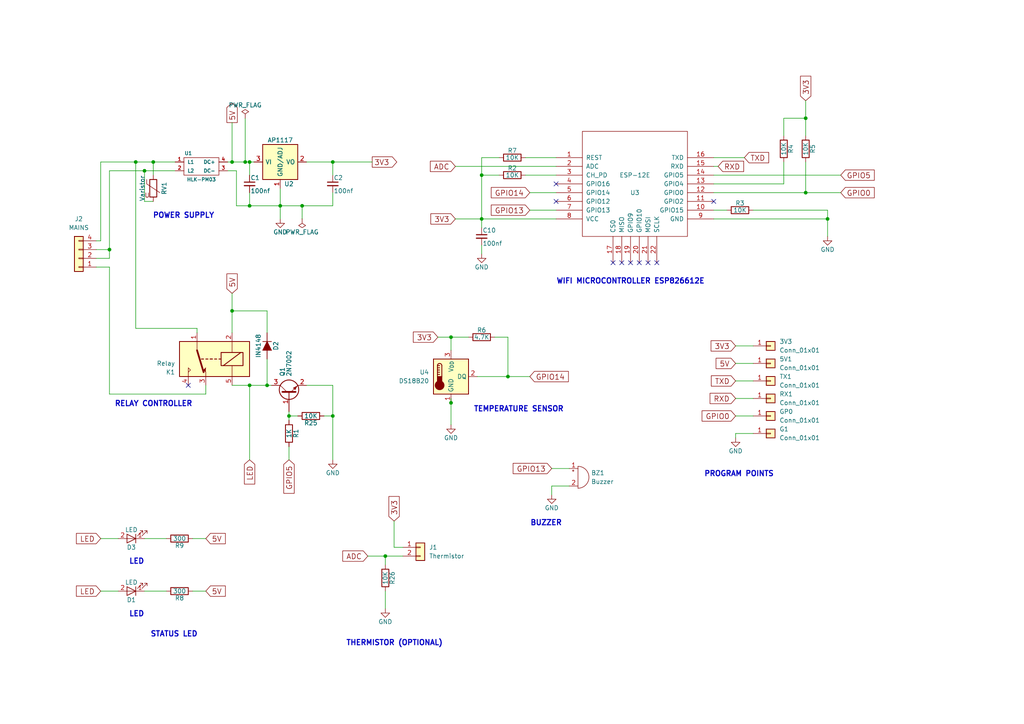
<source format=kicad_sch>
(kicad_sch (version 20250114) (generator "eeschema") (generator_version "9.0")
  (paper "A4")
  (lib_symbols
    (symbol "AP1117_2" (pin_names (offset 0.762))
      (property "Reference" "U" (at 2.54 -6.35 0))
      (property "Value" "AP1117" (at 0 6.35 0))
      (symbol "AP1117_2_0_1"
        (rectangle (start -5.08 -5.08) (end 5.08 5.08) (stroke (width 0.254)) (fill (type background)))
      )
      (symbol "AP1117_2_1_1"
        (pin power_in line (at -7.62 0 0) (length 2.54) (name "VI") (number "3"))
        (pin power_in line (at 0 -7.62 90) (length 2.54) (name "GND/ADJ") (number "1"))
        (pin power_out line (at 7.62 0 180) (length 2.54) (name "VO") (number "2"))
      )
    )
    (symbol "BC847_2" (pin_names (offset 0) (hide yes))
      (property "Reference" "Q" (at 5.08 1.905 0))
      (property "Value" "BC847" (at 5.08 0 0))
      (symbol "BC847_2_0_1"
        (polyline (pts (xy 0.635 1.905) (xy 0.635 -1.905) (xy 0.635 -1.905)) (stroke (width 0.508)))
        (polyline (pts (xy 0.635 0.635) (xy 2.54 2.54)))
        (polyline (pts (xy 0.635 -0.635) (xy 2.54 -2.54) (xy 2.54 -2.54)))
        (circle (center 1.27 0) (radius 2.8194) (stroke (width 0.254)))
        (polyline (pts (xy 1.27 -1.778) (xy 1.778 -1.27) (xy 2.286 -2.286) (xy 1.27 -1.778) (xy 1.27 -1.778)) (fill (type outline)))
      )
      (symbol "BC847_2_1_1"
        (pin input line (at -5.08 0 0) (length 5.715) (name "B") (number "1"))
        (pin passive line (at 2.54 5.08 270) (length 2.54) (name "C") (number "3"))
        (pin passive line (at 2.54 -5.08 90) (length 2.54) (name "E") (number "2"))
      )
    )
    (symbol "C_Small_16" (pin_numbers (hide yes)) (pin_names (offset 0.254) (hide yes))
      (property "Reference" "C" (at 0.254 1.778 0))
      (property "Value" "C_Small" (at 0.254 -2.032 0))
      (symbol "C_Small_16_0_1"
        (polyline (pts (xy -1.524 0.508) (xy 1.524 0.508)) (stroke (width 0.3048)))
        (polyline (pts (xy -1.524 -0.508) (xy 1.524 -0.508)) (stroke (width 0.3302)))
      )
      (symbol "C_Small_16_1_1"
        (pin passive line (at 0 2.54 270) (length 2.032) (name "~") (number "1"))
        (pin passive line (at 0 -2.54 90) (length 2.032) (name "~") (number "2"))
      )
    )
    (symbol "C_Small_17" (pin_numbers (hide yes)) (pin_names (offset 0.254) (hide yes))
      (property "Reference" "C" (at 0.254 1.778 0))
      (property "Value" "C_Small" (at 0.254 -2.032 0))
      (symbol "C_Small_17_0_1"
        (polyline (pts (xy -1.524 0.508) (xy 1.524 0.508)) (stroke (width 0.3048)))
        (polyline (pts (xy -1.524 -0.508) (xy 1.524 -0.508)) (stroke (width 0.3302)))
      )
      (symbol "C_Small_17_1_1"
        (pin passive line (at 0 2.54 270) (length 2.032) (name "~") (number "1"))
        (pin passive line (at 0 -2.54 90) (length 2.032) (name "~") (number "2"))
      )
    )
    (symbol "C_Small_20" (pin_numbers (hide yes)) (pin_names (offset 0.254) (hide yes))
      (property "Reference" "C" (at 0.254 1.778 0))
      (property "Value" "C_Small" (at 0.254 -2.032 0))
      (symbol "C_Small_20_0_1"
        (polyline (pts (xy -1.524 0.508) (xy 1.524 0.508)) (stroke (width 0.3048)))
        (polyline (pts (xy -1.524 -0.508) (xy 1.524 -0.508)) (stroke (width 0.3302)))
      )
      (symbol "C_Small_20_1_1"
        (pin passive line (at 0 2.54 270) (length 2.032) (name "~") (number "1"))
        (pin passive line (at 0 -2.54 90) (length 2.032) (name "~") (number "2"))
      )
    )
    (symbol "Connector_Generic:Conn_01x01" (pin_names (offset 1.016) (hide yes))
      (property "Reference" "J" (at 0 2.54 0))
      (property "Value" "Conn_01x01" (at 0 -2.54 0))
      (symbol "Conn_01x01_1_1"
        (rectangle (start -1.27 1.27) (end 1.27 -1.27) (stroke (width 0.254)) (fill (type background)))
        (rectangle (start -1.27 0.127) (end 0 -0.127) (stroke (width 0.1524)))
        (pin passive line (at -5.08 0 0) (length 3.81) (name "Pin_1") (number "1"))
      )
    )
    (symbol "Connector_Generic:Conn_01x02" (pin_names (offset 1.016) (hide yes))
      (property "Reference" "J" (at 0 2.54 0))
      (property "Value" "Conn_01x02" (at 0 -5.08 0))
      (symbol "Conn_01x02_1_1"
        (rectangle (start -1.27 1.27) (end 1.27 -3.81) (stroke (width 0.254)) (fill (type background)))
        (rectangle (start -1.27 0.127) (end 0 -0.127) (stroke (width 0.1524)))
        (rectangle (start -1.27 -2.413) (end 0 -2.667) (stroke (width 0.1524)))
        (pin passive line (at -5.08 0 0) (length 3.81) (name "Pin_1") (number "1"))
        (pin passive line (at -5.08 -2.54 0) (length 3.81) (name "Pin_2") (number "2"))
      )
    )
    (symbol "Connector_Generic:Conn_01x04" (pin_names (offset 1.016) (hide yes))
      (property "Reference" "J" (at 0 5.08 0))
      (property "Value" "Conn_01x04" (at 0 -7.62 0))
      (symbol "Conn_01x04_1_1"
        (rectangle (start -1.27 3.81) (end 1.27 -6.35) (stroke (width 0.254)) (fill (type background)))
        (rectangle (start -1.27 2.667) (end 0 2.413) (stroke (width 0.1524)))
        (rectangle (start -1.27 0.127) (end 0 -0.127) (stroke (width 0.1524)))
        (rectangle (start -1.27 -2.413) (end 0 -2.667) (stroke (width 0.1524)))
        (rectangle (start -1.27 -4.953) (end 0 -5.207) (stroke (width 0.1524)))
        (pin passive line (at -5.08 2.54 0) (length 3.81) (name "Pin_1") (number "1"))
        (pin passive line (at -5.08 0 0) (length 3.81) (name "Pin_2") (number "2"))
        (pin passive line (at -5.08 -2.54 0) (length 3.81) (name "Pin_3") (number "3"))
        (pin passive line (at -5.08 -5.08 0) (length 3.81) (name "Pin_4") (number "4"))
      )
    )
    (symbol "D_ALT_2" (pin_numbers (hide yes)) (pin_names (offset 1.016) (hide yes))
      (property "Reference" "D" (at 0 2.54 0))
      (property "Value" "D_ALT" (at 0 -2.54 0))
      (symbol "D_ALT_2_0_1"
        (polyline (pts (xy -1.27 1.27) (xy -1.27 -1.27)) (stroke (width 0.2032)))
        (polyline (pts (xy 1.27 1.27) (xy 1.27 -1.27) (xy -1.27 0) (xy 1.27 1.27)) (stroke (width 0.2032)) (fill (type outline)))
        (polyline (pts (xy 1.27 0) (xy -1.27 0)))
      )
      (symbol "D_ALT_2_1_1"
        (pin passive line (at -3.81 0 0) (length 2.54) (name "K") (number "1"))
        (pin passive line (at 3.81 0 180) (length 2.54) (name "A") (number "2"))
      )
    )
    (symbol "Device:Buzzer" (pin_names (offset 0.0254) (hide yes))
      (property "Reference" "BZ" (at 3.81 1.27 0))
      (property "Value" "Buzzer" (at 3.81 -1.27 0))
      (symbol "Buzzer_0_1"
        (polyline (pts (xy -1.651 1.905) (xy -1.143 1.905)))
        (polyline (pts (xy -1.397 2.159) (xy -1.397 1.651)))
        (arc (start 0 3.175) (mid 3.1612 0) (end 0 -3.175))
        (polyline (pts (xy 0 3.175) (xy 0 -3.175)))
      )
      (symbol "Buzzer_1_1"
        (pin passive line (at -2.54 2.54 0) (length 2.54) (name "+") (number "1"))
        (pin passive line (at -2.54 -2.54 0) (length 2.54) (name "-") (number "2"))
      )
    )
    (symbol "ESP-12E_2" (pin_names (offset 1.016))
      (property "Reference" "U" (at 0 -2.54 0))
      (property "Value" "ESP-12E" (at 0 2.54 0))
      (symbol "ESP-12E_2_1_0"
        (rectangle (start -15.24 -15.24) (end 15.24 15.24))
      )
      (symbol "ESP-12E_2_1_1"
        (pin input line (at -22.86 7.62 0) (length 7.62) (name "REST") (number "1"))
        (pin passive line (at -22.86 5.08 0) (length 7.62) (name "ADC") (number "2"))
        (pin input line (at -22.86 2.54 0) (length 7.62) (name "CH_PD") (number "3"))
        (pin bidirectional line (at -22.86 0 0) (length 7.62) (name "GPIO16") (number "4"))
        (pin bidirectional line (at -22.86 -2.54 0) (length 7.62) (name "GPIO14") (number "5"))
        (pin bidirectional line (at -22.86 -5.08 0) (length 7.62) (name "GPIO12") (number "6"))
        (pin bidirectional line (at -22.86 -7.62 0) (length 7.62) (name "GPIO13") (number "7"))
        (pin power_in line (at -22.86 -10.16 0) (length 7.62) (name "VCC") (number "8"))
        (pin bidirectional line (at -6.35 -22.86 90) (length 7.62) (name "CS0") (number "17"))
        (pin bidirectional line (at -3.81 -22.86 90) (length 7.62) (name "MISO") (number "18"))
        (pin bidirectional line (at -1.27 -22.86 90) (length 7.62) (name "GPIO9") (number "19"))
        (pin bidirectional line (at 1.27 -22.86 90) (length 7.62) (name "GPIO10") (number "20"))
        (pin bidirectional line (at 3.81 -22.86 90) (length 7.62) (name "MOSI") (number "21"))
        (pin bidirectional line (at 6.35 -22.86 90) (length 7.62) (name "SCLK") (number "22"))
        (pin output line (at 22.86 7.62 180) (length 7.62) (name "TXD") (number "16"))
        (pin input line (at 22.86 5.08 180) (length 7.62) (name "RXD") (number "15"))
        (pin bidirectional line (at 22.86 2.54 180) (length 7.62) (name "GPIO5") (number "14"))
        (pin bidirectional line (at 22.86 0 180) (length 7.62) (name "GPIO4") (number "13"))
        (pin bidirectional line (at 22.86 -2.54 180) (length 7.62) (name "GPIO0") (number "12"))
        (pin bidirectional line (at 22.86 -5.08 180) (length 7.62) (name "GPIO2") (number "11"))
        (pin bidirectional line (at 22.86 -7.62 180) (length 7.62) (name "GPIO15") (number "10"))
        (pin power_in line (at 22.86 -10.16 180) (length 7.62) (name "GND") (number "9"))
      )
    )
    (symbol "GND_11" (power) (pin_names (offset 0))
      (property "Value" "GND" (at 0 -3.81 0))
      (symbol "GND_11_0_1"
        (polyline (pts (xy 0 0) (xy 0 -1.27) (xy 1.27 -1.27) (xy 0 -2.54) (xy -1.27 -1.27) (xy 0 -1.27)))
      )
      (symbol "GND_11_1_1"
        (pin power_in line (at 0 0 270) (length 0) (hide yes) (name "GND") (number "1"))
      )
    )
    (symbol "GND_12" (power) (pin_names (offset 0))
      (property "Value" "GND" (at 0 -3.81 0))
      (symbol "GND_12_0_1"
        (polyline (pts (xy 0 0) (xy 0 -1.27) (xy 1.27 -1.27) (xy 0 -2.54) (xy -1.27 -1.27) (xy 0 -1.27)))
      )
      (symbol "GND_12_1_1"
        (pin power_in line (at 0 0 270) (length 0) (hide yes) (name "GND") (number "1"))
      )
    )
    (symbol "GND_16" (power) (pin_names (offset 0))
      (property "Value" "GND" (at 0 -3.81 0))
      (symbol "GND_16_0_1"
        (polyline (pts (xy 0 0) (xy 0 -1.27) (xy 1.27 -1.27) (xy 0 -2.54) (xy -1.27 -1.27) (xy 0 -1.27)))
      )
      (symbol "GND_16_1_1"
        (pin power_in line (at 0 0 270) (length 0) (hide yes) (name "GND") (number "1"))
      )
    )
    (symbol "GND_17" (power) (pin_names (offset 0))
      (property "Value" "GND" (at 0 -3.81 0))
      (symbol "GND_17_0_1"
        (polyline (pts (xy 0 0) (xy 0 -1.27) (xy 1.27 -1.27) (xy 0 -2.54) (xy -1.27 -1.27) (xy 0 -1.27)))
      )
      (symbol "GND_17_1_1"
        (pin power_in line (at 0 0 270) (length 0) (hide yes) (name "GND") (number "1"))
      )
    )
    (symbol "GND_18" (power) (pin_names (offset 0))
      (property "Value" "GND" (at 0 -3.81 0))
      (symbol "GND_18_0_1"
        (polyline (pts (xy 0 0) (xy 0 -1.27) (xy 1.27 -1.27) (xy 0 -2.54) (xy -1.27 -1.27) (xy 0 -1.27)))
      )
      (symbol "GND_18_1_1"
        (pin power_in line (at 0 0 270) (length 0) (hide yes) (name "GND") (number "1"))
      )
    )
    (symbol "HLK-PM03_2" (pin_names (offset 1.016))
      (property "Reference" "U" (at -3.81 3.81 0))
      (property "Value" "HLK-PM03" (at 0 -3.81 0))
      (symbol "HLK-PM03_2_0_1"
        (rectangle (start -5.08 2.54) (end 5.08 -2.54))
      )
      (symbol "HLK-PM03_2_1_1"
        (pin input line (at -7.62 1.27 0) (length 2.54) (name "L1") (number "1"))
        (pin input line (at -7.62 -1.27 0) (length 2.54) (name "L2") (number "2"))
        (pin input line (at 7.62 1.27 180) (length 2.54) (name "DC+") (number "4"))
        (pin input line (at 7.62 -1.27 180) (length 2.54) (name "DC-") (number "3"))
      )
    )
    (symbol "LED_2" (pin_names (offset 1.016) (hide yes))
      (property "Reference" "D" (at 0 2.54 0))
      (property "Value" "LED" (at 0 -2.54 0))
      (symbol "LED_2_0_1"
        (polyline (pts (xy -3.048 -0.762) (xy -4.572 -2.286) (xy -3.81 -2.286) (xy -4.572 -2.286) (xy -4.572 -1.524)))
        (polyline (pts (xy -1.778 -0.762) (xy -3.302 -2.286) (xy -2.54 -2.286) (xy -3.302 -2.286) (xy -3.302 -1.524)))
        (polyline (pts (xy -1.27 0) (xy 1.27 0)))
        (polyline (pts (xy -1.27 -1.27) (xy -1.27 1.27)) (stroke (width 0.2032)))
        (polyline (pts (xy 1.27 -1.27) (xy 1.27 1.27) (xy -1.27 0) (xy 1.27 -1.27)) (stroke (width 0.2032)))
      )
      (symbol "LED_2_1_1"
        (pin passive line (at -3.81 0 0) (length 2.54) (name "K") (number "1"))
        (pin passive line (at 3.81 0 180) (length 2.54) (name "A") (number "2"))
      )
    )
    (symbol "PWR_FLAG_3" (power) (pin_numbers (hide yes)) (pin_names (offset 0) (hide yes))
      (property "Value" "PWR_FLAG" (at 0 3.81 0))
      (symbol "PWR_FLAG_3_0_0"
        (pin power_out line (at 0 0 90) (length 0) (name "pwr") (number "1"))
      )
      (symbol "PWR_FLAG_3_0_1"
        (polyline (pts (xy 0 0) (xy 0 1.27) (xy -1.016 1.905) (xy 0 2.54) (xy 1.016 1.905) (xy 0 1.27)))
      )
    )
    (symbol "PWR_FLAG_4" (power) (pin_numbers (hide yes)) (pin_names (offset 0) (hide yes))
      (property "Value" "PWR_FLAG" (at 0 3.81 0))
      (symbol "PWR_FLAG_4_0_0"
        (pin power_out line (at 0 0 90) (length 0) (name "pwr") (number "1"))
      )
      (symbol "PWR_FLAG_4_0_1"
        (polyline (pts (xy 0 0) (xy 0 1.27) (xy -1.016 1.905) (xy 0 2.54) (xy 1.016 1.905) (xy 0 1.27)))
      )
    )
    (symbol "R_34" (pin_numbers (hide yes)) (pin_names (offset 0))
      (property "Reference" "R" (at 2.032 0 90))
      (property "Value" "R" (at 0 0 90))
      (symbol "R_34_0_1"
        (rectangle (start -1.016 -2.54) (end 1.016 2.54) (stroke (width 0.254)))
      )
      (symbol "R_34_1_1"
        (pin passive line (at 0 3.81 270) (length 1.27) (name "~") (number "1"))
        (pin passive line (at 0 -3.81 90) (length 1.27) (name "~") (number "2"))
      )
    )
    (symbol "R_35" (pin_numbers (hide yes)) (pin_names (offset 0))
      (property "Reference" "R" (at 2.032 0 90))
      (property "Value" "R" (at 0 0 90))
      (symbol "R_35_0_1"
        (rectangle (start -1.016 -2.54) (end 1.016 2.54) (stroke (width 0.254)))
      )
      (symbol "R_35_1_1"
        (pin passive line (at 0 3.81 270) (length 1.27) (name "~") (number "1"))
        (pin passive line (at 0 -3.81 90) (length 1.27) (name "~") (number "2"))
      )
    )
    (symbol "R_36" (pin_numbers (hide yes)) (pin_names (offset 0))
      (property "Reference" "R" (at 2.032 0 90))
      (property "Value" "R" (at 0 0 90))
      (symbol "R_36_0_1"
        (rectangle (start -1.016 -2.54) (end 1.016 2.54) (stroke (width 0.254)))
      )
      (symbol "R_36_1_1"
        (pin passive line (at 0 3.81 270) (length 1.27) (name "~") (number "1"))
        (pin passive line (at 0 -3.81 90) (length 1.27) (name "~") (number "2"))
      )
    )
    (symbol "R_37" (pin_numbers (hide yes)) (pin_names (offset 0))
      (property "Reference" "R" (at 2.032 0 90))
      (property "Value" "R" (at 0 0 90))
      (symbol "R_37_0_1"
        (rectangle (start -1.016 -2.54) (end 1.016 2.54) (stroke (width 0.254)))
      )
      (symbol "R_37_1_1"
        (pin passive line (at 0 3.81 270) (length 1.27) (name "~") (number "1"))
        (pin passive line (at 0 -3.81 90) (length 1.27) (name "~") (number "2"))
      )
    )
    (symbol "R_39" (pin_numbers (hide yes)) (pin_names (offset 0))
      (property "Reference" "R" (at 2.032 0 90))
      (property "Value" "R" (at 0 0 90))
      (symbol "R_39_0_1"
        (rectangle (start -1.016 -2.54) (end 1.016 2.54) (stroke (width 0.254)))
      )
      (symbol "R_39_1_1"
        (pin passive line (at 0 3.81 270) (length 1.27) (name "~") (number "1"))
        (pin passive line (at 0 -3.81 90) (length 1.27) (name "~") (number "2"))
      )
    )
    (symbol "R_42" (pin_numbers (hide yes)) (pin_names (offset 0))
      (property "Reference" "R" (at 2.032 0 90))
      (property "Value" "R" (at 0 0 90))
      (symbol "R_42_0_1"
        (rectangle (start -1.016 -2.54) (end 1.016 2.54) (stroke (width 0.254)))
      )
      (symbol "R_42_1_1"
        (pin passive line (at 0 3.81 270) (length 1.27) (name "~") (number "1"))
        (pin passive line (at 0 -3.81 90) (length 1.27) (name "~") (number "2"))
      )
    )
    (symbol "R_43" (pin_numbers (hide yes)) (pin_names (offset 0))
      (property "Reference" "R" (at 2.032 0 90))
      (property "Value" "R" (at 0 0 90))
      (symbol "R_43_0_1"
        (rectangle (start -1.016 -2.54) (end 1.016 2.54) (stroke (width 0.254)))
      )
      (symbol "R_43_1_1"
        (pin passive line (at 0 3.81 270) (length 1.27) (name "~") (number "1"))
        (pin passive line (at 0 -3.81 90) (length 1.27) (name "~") (number "2"))
      )
    )
    (symbol "SANYOU_SRD_Form_C_2" (pin_names (offset 1.016))
      (property "Reference" "K" (at 11.43 3.81 0))
      (property "Value" "SANYOU_SRD_Form_C" (at 11.43 1.27 0))
      (symbol "SANYOU_SRD_Form_C_2_0_0"
        (polyline (pts (xy 2.54 3.81) (xy 2.54 5.08)))
        (polyline (pts (xy 7.62 3.81) (xy 7.62 5.08)))
        (polyline (pts (xy 7.62 3.81) (xy 7.62 2.54) (xy 6.985 3.175) (xy 7.62 3.81)))
      )
      (symbol "SANYOU_SRD_Form_C_2_0_1"
        (rectangle (start -10.16 5.08) (end 10.16 -5.08) (stroke (width 0.254)) (fill (type background)))
        (rectangle (start -8.255 1.905) (end -1.905 -1.905) (stroke (width 0.254)))
        (polyline (pts (xy -7.62 -1.905) (xy -2.54 1.905)) (stroke (width 0.254)))
        (polyline (pts (xy -5.08 5.08) (xy -5.08 1.905)))
        (polyline (pts (xy -5.08 -5.08) (xy -5.08 -1.905)))
        (polyline (pts (xy -1.905 0) (xy -1.27 0)) (stroke (width 0.254)))
        (polyline (pts (xy -0.635 0) (xy 0 0)) (stroke (width 0.254)))
        (polyline (pts (xy 0.635 0) (xy 1.27 0)) (stroke (width 0.254)))
        (polyline (pts (xy 0.635 0) (xy 1.27 0)) (stroke (width 0.254)))
        (polyline (pts (xy 1.905 0) (xy 2.54 0)) (stroke (width 0.254)))
        (polyline (pts (xy 2.54 2.54) (xy 3.175 3.175) (xy 2.54 3.81)) (fill (type outline)))
        (polyline (pts (xy 3.175 0) (xy 3.81 0)) (stroke (width 0.254)))
        (polyline (pts (xy 5.08 -2.54) (xy 3.175 3.81)) (stroke (width 0.508)))
        (polyline (pts (xy 5.08 -2.54) (xy 5.08 -5.08)))
      )
      (symbol "SANYOU_SRD_Form_C_2_1_1"
        (pin passive line (at -5.08 7.62 270) (length 2.54) (name "~") (number "5"))
        (pin passive line (at -5.08 -7.62 90) (length 2.54) (name "~") (number "2"))
        (pin passive line (at 2.54 7.62 270) (length 2.54) (name "~") (number "3"))
        (pin passive line (at 5.08 -7.62 90) (length 2.54) (name "~") (number "1"))
        (pin passive line (at 7.62 7.62 270) (length 2.54) (name "~") (number "4"))
      )
    )
    (symbol "Sensor_Temperature:DS18B20"
      (property "Reference" "U" (at -3.81 6.35 0))
      (property "Value" "DS18B20" (at 6.35 6.35 0))
      (symbol "DS18B20_0_1"
        (rectangle (start -5.08 5.08) (end 5.08 -5.08) (stroke (width 0.254)) (fill (type background)))
        (polyline (pts (xy -3.937 3.175) (xy -3.937 0)) (stroke (width 0.254)))
        (polyline (pts (xy -3.937 3.175) (xy -3.302 3.175)) (stroke (width 0.254)))
        (polyline (pts (xy -3.937 2.54) (xy -3.302 2.54)) (stroke (width 0.254)))
        (polyline (pts (xy -3.937 1.905) (xy -3.302 1.905)) (stroke (width 0.254)))
        (polyline (pts (xy -3.937 1.27) (xy -3.302 1.27)) (stroke (width 0.254)))
        (polyline (pts (xy -3.937 0.635) (xy -3.302 0.635)) (stroke (width 0.254)))
        (arc (start -3.937 3.175) (mid -3.302 3.8073) (end -2.667 3.175) (stroke (width 0.254)))
        (circle (center -3.302 -2.54) (radius 1.27) (stroke (width 0.254)) (fill (type outline)))
        (polyline (pts (xy -2.667 3.175) (xy -2.667 0)) (stroke (width 0.254)))
        (rectangle (start -2.667 -1.905) (end -3.937 0) (stroke (width 0.254)) (fill (type outline)))
      )
      (symbol "DS18B20_1_1"
        (pin power_in line (at 0 7.62 270) (length 2.54) (name "V_{DD}") (number "3"))
        (pin power_in line (at 0 -7.62 90) (length 2.54) (name "GND") (number "1"))
        (pin bidirectional line (at 7.62 0 180) (length 2.54) (name "DQ") (number "2"))
      )
    )
    (symbol "Varistor_2" (pin_numbers (hide yes)) (pin_names (offset 0))
      (property "Reference" "RV" (at 3.175 0 90))
      (property "Value" "Varistor" (at -3.175 0 90))
      (symbol "Varistor_2_0_0"
        (text "U" (at -1.778 -2.032 0) (effects (font (size 1.27 1.27))))
      )
      (symbol "Varistor_2_0_1"
        (polyline (pts (xy -1.905 2.54) (xy -1.905 1.27) (xy 1.905 -1.27)))
        (rectangle (start -1.016 -2.54) (end 1.016 2.54) (stroke (width 0.254)))
      )
      (symbol "Varistor_2_1_1"
        (pin passive line (at 0 3.81 270) (length 1.27) (name "~") (number "1"))
        (pin passive line (at 0 -3.81 90) (length 1.27) (name "~") (number "2"))
      )
    )
  )
  (text "TEMPERATURE SENSOR" (at 163.576 119.634 0) (effects (font (size 1.524 1.524) (thickness 0.3048) (bold yes)) (justify right bottom)))
  (text "LED" (at 41.91 179.07 0) (effects (font (size 1.524 1.524) (thickness 0.3048) (bold yes)) (justify right bottom)))
  (text "BUZZER" (at 163.068 152.654 0) (effects (font (size 1.524 1.524) (thickness 0.3048) (bold yes)) (justify right bottom)))
  (text "RELAY CONTROLLER" (at 55.88 118.11 0) (effects (font (size 1.524 1.524) (thickness 0.3048) (bold yes)) (justify right bottom)))
  (text "PROGRAM POINTS" (at 224.536 138.43 0) (effects (font (size 1.524 1.524) (thickness 0.3048) (bold yes)) (justify right bottom)))
  (text "STATUS LED" (at 57.404 184.912 0) (effects (font (size 1.524 1.524) (thickness 0.3048) (bold yes)) (justify right bottom)))
  (text "LED" (at 41.91 163.83 0) (effects (font (size 1.524 1.524) (thickness 0.3048) (bold yes)) (justify right bottom)))
  (text "THERMISTOR (OPTIONAL)" (at 128.524 187.452 0) (effects (font (size 1.524 1.524) (thickness 0.3048) (bold yes)) (justify right bottom)))
  (text "POWER SUPPLY" (at 62.23 63.5 0) (effects (font (size 1.524 1.524) (thickness 0.3048) (bold yes)) (justify right bottom)))
  (text "WIFI MICROCONTROLLER ESP826612E" (at 204.47 82.55 0) (effects (font (size 1.524 1.524) (thickness 0.3048) (bold yes)) (justify right bottom)))
  (junction (at 130.81 97.79))
  (junction (at 44.45 46.99))
  (junction (at 41.91 49.53))
  (junction (at 87.63 59.69))
  (junction (at 72.39 111.76))
  (junction (at 72.39 59.69))
  (junction (at 31.75 72.39))
  (junction (at 147.32 109.22))
  (junction (at 81.28 59.69))
  (junction (at 139.7 50.8))
  (junction (at 71.12 46.99))
  (junction (at 83.82 120.65))
  (junction (at 67.31 46.99))
  (junction (at 111.76 161.29))
  (junction (at 139.7 63.5))
  (junction (at 233.68 34.29))
  (junction (at 96.52 46.99))
  (junction (at 39.37 46.99))
  (junction (at 130.81 116.84))
  (junction (at 240.03 63.5))
  (junction (at 67.31 90.17))
  (junction (at 72.39 46.99))
  (junction (at 77.47 111.76))
  (junction (at 96.52 120.65))
  (junction (at 233.68 55.88))
  (no_connect (at 207.01 58.42))
  (no_connect (at 182.88 76.2))
  (no_connect (at 180.34 76.2))
  (no_connect (at 161.29 58.42))
  (no_connect (at 161.29 53.34))
  (no_connect (at 177.8 76.2))
  (no_connect (at 190.5 76.2))
  (no_connect (at 185.42 76.2))
  (no_connect (at 54.61 111.76))
  (no_connect (at 187.96 76.2))
  (wire (pts (xy 57.15 96.52) (xy 57.15 95.25)))
  (wire (pts (xy 72.39 59.69) (xy 81.28 59.69)))
  (wire (pts (xy 132.08 63.5) (xy 139.7 63.5)))
  (wire (pts (xy 88.9 46.99) (xy 96.52 46.99)))
  (wire (pts (xy 41.91 171.45) (xy 48.26 171.45)))
  (wire (pts (xy 29.21 69.85) (xy 27.94 69.85)))
  (wire (pts (xy 72.39 55.88) (xy 72.39 59.69)))
  (wire (pts (xy 96.52 59.69) (xy 96.52 55.88)))
  (wire (pts (xy 139.7 63.5) (xy 139.7 66.04)))
  (wire (pts (xy 160.02 140.97) (xy 160.02 143.51)))
  (wire (pts (xy 39.37 46.99) (xy 39.37 95.25)))
  (wire (pts (xy 44.45 46.99) (xy 50.8 46.99)))
  (wire (pts (xy 233.68 55.88) (xy 243.84 55.88)))
  (wire (pts (xy 213.36 110.49) (xy 218.44 110.49)))
  (wire (pts (xy 77.47 104.14) (xy 77.47 111.76)))
  (wire (pts (xy 218.44 125.73) (xy 213.36 125.73)))
  (wire (pts (xy 68.58 59.69) (xy 72.39 59.69)))
  (wire (pts (xy 111.76 161.29) (xy 111.76 163.83)))
  (wire (pts (xy 39.37 95.25) (xy 57.15 95.25)))
  (wire (pts (xy 86.36 120.65) (xy 83.82 120.65)))
  (wire (pts (xy 227.33 53.34) (xy 227.33 46.99)))
  (wire (pts (xy 215.9 45.72) (xy 207.01 45.72)))
  (wire (pts (xy 81.28 59.69) (xy 87.63 59.69)))
  (wire (pts (xy 147.32 97.79) (xy 147.32 109.22)))
  (wire (pts (xy 59.69 114.3) (xy 59.69 111.76)))
  (wire (pts (xy 68.58 49.53) (xy 68.58 59.69)))
  (wire (pts (xy 31.75 77.47) (xy 31.75 114.3)))
  (wire (pts (xy 72.39 111.76) (xy 72.39 133.35)))
  (wire (pts (xy 87.63 59.69) (xy 96.52 59.69)))
  (wire (pts (xy 139.7 50.8) (xy 139.7 63.5)))
  (wire (pts (xy 213.36 125.73) (xy 213.36 127)))
  (wire (pts (xy 111.76 171.45) (xy 111.76 176.53)))
  (wire (pts (xy 233.68 29.21) (xy 233.68 34.29)))
  (wire (pts (xy 72.39 46.99) (xy 72.39 50.8)))
  (wire (pts (xy 213.36 100.33) (xy 218.44 100.33)))
  (wire (pts (xy 31.75 114.3) (xy 59.69 114.3)))
  (wire (pts (xy 139.7 50.8) (xy 139.7 45.72)))
  (wire (pts (xy 27.94 77.47) (xy 31.75 77.47)))
  (wire (pts (xy 67.31 85.09) (xy 67.31 90.17)))
  (wire (pts (xy 143.51 97.79) (xy 147.32 97.79)))
  (wire (pts (xy 67.31 46.99) (xy 71.12 46.99)))
  (wire (pts (xy 161.29 45.72) (xy 152.4 45.72)))
  (wire (pts (xy 139.7 45.72) (xy 144.78 45.72)))
  (wire (pts (xy 88.9 111.76) (xy 96.52 111.76)))
  (wire (pts (xy 93.98 120.65) (xy 96.52 120.65)))
  (wire (pts (xy 240.03 60.96) (xy 240.03 63.5)))
  (wire (pts (xy 67.31 90.17) (xy 67.31 96.52)))
  (wire (pts (xy 29.21 156.21) (xy 34.29 156.21)))
  (wire (pts (xy 31.75 74.93) (xy 31.75 72.39)))
  (wire (pts (xy 77.47 111.76) (xy 78.74 111.76)))
  (wire (pts (xy 27.94 74.93) (xy 31.75 74.93)))
  (wire (pts (xy 138.43 109.22) (xy 147.32 109.22)))
  (wire (pts (xy 139.7 71.12) (xy 139.7 73.66)))
  (wire (pts (xy 72.39 111.76) (xy 77.47 111.76)))
  (wire (pts (xy 83.82 119.38) (xy 83.82 120.65)))
  (wire (pts (xy 132.08 48.26) (xy 161.29 48.26)))
  (wire (pts (xy 227.33 39.37) (xy 227.33 34.29)))
  (wire (pts (xy 44.45 50.8) (xy 44.45 46.99)))
  (wire (pts (xy 29.21 171.45) (xy 34.29 171.45)))
  (wire (pts (xy 218.44 60.96) (xy 240.03 60.96)))
  (wire (pts (xy 96.52 46.99) (xy 96.52 50.8)))
  (wire (pts (xy 240.03 63.5) (xy 240.03 68.58)))
  (wire (pts (xy 207.01 53.34) (xy 227.33 53.34)))
  (wire (pts (xy 213.36 115.57) (xy 218.44 115.57)))
  (wire (pts (xy 55.88 156.21) (xy 59.69 156.21)))
  (wire (pts (xy 31.75 49.53) (xy 31.75 72.39)))
  (wire (pts (xy 161.29 60.96) (xy 153.67 60.96)))
  (wire (pts (xy 233.68 34.29) (xy 233.68 39.37)))
  (wire (pts (xy 67.31 111.76) (xy 72.39 111.76)))
  (wire (pts (xy 152.4 50.8) (xy 161.29 50.8)))
  (wire (pts (xy 83.82 129.54) (xy 83.82 133.35)))
  (wire (pts (xy 130.81 116.84) (xy 130.81 123.19)))
  (wire (pts (xy 233.68 55.88) (xy 233.68 46.99)))
  (wire (pts (xy 207.01 48.26) (xy 208.28 48.26)))
  (wire (pts (xy 213.36 120.65) (xy 218.44 120.65)))
  (wire (pts (xy 29.21 46.99) (xy 29.21 69.85)))
  (wire (pts (xy 81.28 59.69) (xy 81.28 63.5)))
  (wire (pts (xy 72.39 46.99) (xy 73.66 46.99)))
  (wire (pts (xy 207.01 60.96) (xy 210.82 60.96)))
  (wire (pts (xy 227.33 34.29) (xy 233.68 34.29)))
  (wire (pts (xy 139.7 63.5) (xy 161.29 63.5)))
  (wire (pts (xy 96.52 111.76) (xy 96.52 120.65)))
  (wire (pts (xy 41.91 49.53) (xy 50.8 49.53)))
  (wire (pts (xy 114.3 158.75) (xy 116.84 158.75)))
  (wire (pts (xy 41.91 156.21) (xy 48.26 156.21)))
  (wire (pts (xy 71.12 46.99) (xy 72.39 46.99)))
  (wire (pts (xy 96.52 120.65) (xy 96.52 133.35)))
  (wire (pts (xy 144.78 50.8) (xy 139.7 50.8)))
  (wire (pts (xy 127 97.79) (xy 130.81 97.79)))
  (wire (pts (xy 160.02 135.89) (xy 165.1 135.89)))
  (wire (pts (xy 41.91 58.42) (xy 44.45 58.42)))
  (wire (pts (xy 77.47 90.17) (xy 77.47 96.52)))
  (wire (pts (xy 29.21 46.99) (xy 39.37 46.99)))
  (wire (pts (xy 114.3 151.13) (xy 114.3 158.75)))
  (wire (pts (xy 81.28 54.61) (xy 81.28 59.69)))
  (wire (pts (xy 71.12 34.29) (xy 71.12 46.99)))
  (wire (pts (xy 147.32 109.22) (xy 153.67 109.22)))
  (wire (pts (xy 96.52 46.99) (xy 107.95 46.99)))
  (wire (pts (xy 106.68 161.29) (xy 111.76 161.29)))
  (wire (pts (xy 31.75 72.39) (xy 27.94 72.39)))
  (wire (pts (xy 243.84 50.8) (xy 207.01 50.8)))
  (wire (pts (xy 130.81 97.79) (xy 130.81 101.6)))
  (wire (pts (xy 55.88 171.45) (xy 59.69 171.45)))
  (wire (pts (xy 111.76 161.29) (xy 116.84 161.29)))
  (wire (pts (xy 66.04 46.99) (xy 67.31 46.99)))
  (wire (pts (xy 66.04 49.53) (xy 68.58 49.53)))
  (wire (pts (xy 67.31 35.56) (xy 67.31 46.99)))
  (wire (pts (xy 39.37 46.99) (xy 44.45 46.99)))
  (wire (pts (xy 213.36 105.41) (xy 218.44 105.41)))
  (wire (pts (xy 83.82 120.65) (xy 83.82 121.92)))
  (wire (pts (xy 41.91 49.53) (xy 41.91 58.42)))
  (wire (pts (xy 130.81 97.79) (xy 135.89 97.79)))
  (wire (pts (xy 87.63 63.5) (xy 87.63 59.69)))
  (wire (pts (xy 207.01 55.88) (xy 233.68 55.88)))
  (wire (pts (xy 130.81 115.57) (xy 130.81 116.84)))
  (wire (pts (xy 165.1 140.97) (xy 160.02 140.97)))
  (wire (pts (xy 207.01 63.5) (xy 240.03 63.5)))
  (wire (pts (xy 153.67 55.88) (xy 161.29 55.88)))
  (wire (pts (xy 31.75 49.53) (xy 41.91 49.53)))
  (wire (pts (xy 67.31 90.17) (xy 77.47 90.17)))
  (global_label "GPIO13" (shape input) (at 160.02 135.89 180) (effects (font (size 1.524 1.524))) (property "Intersheetrefs" "${INTERSHEET_REFS}" (effects (hide yes))))
  (global_label "LED" (shape input) (at 29.21 171.45 180) (effects (font (size 1.524 1.524))) (property "Intersheetrefs" "${INTERSHEET_REFS}" (effects (hide yes))))
  (global_label "GPIO14" (shape input) (at 153.67 55.88 180) (effects (font (size 1.524 1.524))) (property "Intersheetrefs" "${INTERSHEET_REFS}" (effects (hide yes))))
  (global_label "ADC" (shape input) (at 132.08 48.26 180) (effects (font (size 1.524 1.524))) (property "Intersheetrefs" "${INTERSHEET_REFS}" (effects (hide yes))))
  (global_label "3V3" (shape input) (at 127 97.79 180) (effects (font (size 1.524 1.524))) (property "Intersheetrefs" "${INTERSHEET_REFS}" (effects (hide yes))))
  (global_label "GPIO13" (shape input) (at 153.67 60.96 180) (effects (font (size 1.524 1.524))) (property "Intersheetrefs" "${INTERSHEET_REFS}" (effects (hide yes))))
  (global_label "RXD" (shape input) (at 213.36 115.57 180) (effects (font (size 1.524 1.524))) (property "Intersheetrefs" "${INTERSHEET_REFS}" (effects (hide yes))))
  (global_label "LED" (shape input) (at 72.39 133.35 270) (effects (font (size 1.524 1.524))) (property "Intersheetrefs" "${INTERSHEET_REFS}" (effects (hide yes))))
  (global_label "GPIO14" (shape input) (at 153.67 109.22 0) (effects (font (size 1.524 1.524))) (property "Intersheetrefs" "${INTERSHEET_REFS}" (effects (hide yes))))
  (global_label "3V3" (shape input) (at 132.08 63.5 180) (effects (font (size 1.524 1.524))) (property "Intersheetrefs" "${INTERSHEET_REFS}" (effects (hide yes))))
  (global_label "3V3" (shape output) (at 107.95 46.99 0) (effects (font (size 1.524 1.524))) (property "Intersheetrefs" "${INTERSHEET_REFS}" (effects (hide yes))))
  (global_label "5V" (shape input) (at 67.31 85.09 90) (effects (font (size 1.524 1.524))) (property "Intersheetrefs" "${INTERSHEET_REFS}" (effects (hide yes))))
  (global_label "GPIO5" (shape input) (at 243.84 50.8 0) (effects (font (size 1.524 1.524))) (property "Intersheetrefs" "${INTERSHEET_REFS}" (effects (hide yes))))
  (global_label "3V3" (shape input) (at 213.36 100.33 180) (effects (font (size 1.524 1.524))) (property "Intersheetrefs" "${INTERSHEET_REFS}" (effects (hide yes))))
  (global_label "LED" (shape input) (at 29.21 156.21 180) (effects (font (size 1.524 1.524))) (property "Intersheetrefs" "${INTERSHEET_REFS}" (effects (hide yes))))
  (global_label "3V3" (shape input) (at 233.68 29.21 90) (effects (font (size 1.524 1.524))) (property "Intersheetrefs" "${INTERSHEET_REFS}" (effects (hide yes))))
  (global_label "ADC" (shape input) (at 106.68 161.29 180) (effects (font (size 1.524 1.524))) (property "Intersheetrefs" "${INTERSHEET_REFS}" (effects (hide yes))))
  (global_label "TXD" (shape input) (at 213.36 110.49 180) (effects (font (size 1.524 1.524))) (property "Intersheetrefs" "${INTERSHEET_REFS}" (effects (hide yes))))
  (global_label "3V3" (shape input) (at 114.3 151.13 90) (effects (font (size 1.524 1.524))) (property "Intersheetrefs" "${INTERSHEET_REFS}" (effects (hide yes))))
  (global_label "5V" (shape input) (at 59.69 171.45 0) (effects (font (size 1.524 1.524))) (property "Intersheetrefs" "${INTERSHEET_REFS}" (effects (hide yes))))
  (global_label "RXD" (shape input) (at 208.28 48.26 0) (effects (font (size 1.524 1.524))) (property "Intersheetrefs" "${INTERSHEET_REFS}" (effects (hide yes))))
  (global_label "GPIO0" (shape input) (at 243.84 55.88 0) (effects (font (size 1.524 1.524))) (property "Intersheetrefs" "${INTERSHEET_REFS}" (effects (hide yes))))
  (global_label "GPIO0" (shape input) (at 213.36 120.65 180) (effects (font (size 1.524 1.524))) (property "Intersheetrefs" "${INTERSHEET_REFS}" (effects (hide yes))))
  (global_label "5V" (shape input) (at 213.36 105.41 180) (effects (font (size 1.524 1.524))) (property "Intersheetrefs" "${INTERSHEET_REFS}" (effects (hide yes))))
  (global_label "GPIO5" (shape input) (at 83.82 133.35 270) (effects (font (size 1.524 1.524))) (property "Intersheetrefs" "${INTERSHEET_REFS}" (effects (hide yes))))
  (global_label "TXD" (shape input) (at 215.9 45.72 0) (effects (font (size 1.524 1.524))) (property "Intersheetrefs" "${INTERSHEET_REFS}" (effects (hide yes))))
  (global_label "5V" (shape input) (at 59.69 156.21 0) (effects (font (size 1.524 1.524))) (property "Intersheetrefs" "${INTERSHEET_REFS}" (effects (hide yes))))
  (global_label "5V" (shape output) (at 67.31 35.56 90) (effects (font (size 1.524 1.524))) (property "Intersheetrefs" "${INTERSHEET_REFS}" (effects (hide yes))))
  (symbol (lib_name "SANYOU_SRD_Form_C_2") (lib_id "espswitch-rescue:SANYOU_SRD_Form_C") (at 62.23 104.14 180) (unit 1)
    (property "Reference" "K1" (at 50.8 107.95 0) (effects (justify left)))
    (property "Value" "Relay" (at 50.8 105.41 0) (effects (justify left)))
    (property "Footprint" "Relay_THT:Relay_SPDT_SANYOU_SRD_Series_Form_C" (effects (hide yes)))
  )
  (symbol (lib_name "HLK-PM03_2") (lib_id "espswitch-rescue:HLK-PM03") (at 58.42 48.26 0) (unit 1)
    (property "Reference" "U1" (at 54.61 44.45 0) (effects (font (size 1.016 1.016))))
    (property "Value" "HLK-PM03" (at 58.42 52.07 0) (effects (font (size 1.016 1.016))))
    (property "Footprint" "Converter_ACDC:HLK-PM01" (effects (hide yes)))
  )
  (symbol (lib_name "AP1117_2") (lib_id "espswitch-rescue:AP1117") (at 81.28 46.99 0) (unit 1)
    (property "Reference" "U2" (at 83.82 53.34 0))
    (property "Value" "AP1117" (at 81.28 40.64 0))
    (property "Footprint" "Package_TO_SOT_SMD:SOT-223" (effects (hide yes)))
  )
  (symbol (lib_name "ESP-12E_2") (lib_id "espswitch-rescue:ESP-12E") (at 184.15 53.34 0) (unit 1)
    (property "Reference" "U3" (at 184.15 55.88 0))
    (property "Value" "ESP-12E" (at 184.15 50.8 0))
    (property "Footprint" "RF_Module:ESP-12E_SMD" (effects (hide yes)))
  )
  (symbol (lib_name "BC847_2") (lib_id "espswitch-rescue:BC847") (at 83.82 114.3 90) (unit 1)
    (property "Reference" "Q1" (at 81.915 109.22 0) (effects (justify left)))
    (property "Value" "2N7002" (at 83.82 109.22 0) (effects (justify left)))
    (property "Footprint" "Package_TO_SOT_SMD:SOT-23-3" (effects (hide yes)))
  )
  (symbol (lib_name "LED_2") (lib_id "espswitch-rescue:LED") (at 38.1 171.45 180) (unit 1)
    (property "Reference" "D1" (at 38.1 173.99 0))
    (property "Value" "LED" (at 38.1 168.91 0))
    (property "Footprint" "LED_THT:LED_D2.0mm_W4.0mm_H2.8mm_FlatTop" (effects (hide yes)))
  )
  (symbol (lib_name "R_39") (lib_id "espswitch-rescue:R") (at 52.07 171.45 270) (unit 1)
    (property "Reference" "R8" (at 52.07 173.482 90))
    (property "Value" "300" (at 52.07 171.45 90))
    (property "Footprint" "Resistor_SMD:R_0805_2012Metric" (effects (hide yes)))
  )
  (symbol (lib_name "R_42") (lib_id "espswitch-rescue:R") (at 83.82 125.73 0) (unit 1)
    (property "Reference" "R1" (at 85.852 125.73 90))
    (property "Value" "1K" (at 83.82 125.73 90))
    (property "Footprint" "Resistor_SMD:R_0805_2012Metric" (effects (hide yes)))
  )
  (symbol (lib_name "GND_16") (lib_id "espswitch-rescue:GND") (at 96.52 133.35 0) (unit 1)
    (property "Reference" "#PWR01" (effects (hide yes)))
    (property "Value" "GND" (at 96.52 137.16 0))
  )
  (symbol (lib_name "R_37") (lib_id "espswitch-rescue:R") (at 148.59 50.8 90) (unit 1)
    (property "Reference" "R2" (at 148.59 48.768 90))
    (property "Value" "10K" (at 148.59 50.8 90))
    (property "Footprint" "Resistor_SMD:R_0805_2012Metric" (effects (hide yes)))
  )
  (symbol (lib_name "R_34") (lib_id "espswitch-rescue:R") (at 227.33 43.18 0) (unit 1)
    (property "Reference" "R4" (at 229.362 43.18 90))
    (property "Value" "10K" (at 227.33 43.18 90))
    (property "Footprint" "Resistor_SMD:R_0805_2012Metric" (effects (hide yes)))
  )
  (symbol (lib_name "R_36") (lib_id "espswitch-rescue:R") (at 214.63 60.96 90) (unit 1)
    (property "Reference" "R3" (at 214.63 58.928 90))
    (property "Value" "10K" (at 214.63 60.96 90))
    (property "Footprint" "Resistor_SMD:R_0805_2012Metric" (effects (hide yes)))
  )
  (symbol (lib_name "C_Small_16") (lib_id "espswitch-rescue:C_Small") (at 96.52 53.34 0) (unit 1)
    (property "Reference" "C2" (at 96.774 51.562 0) (effects (justify left)))
    (property "Value" "100nf" (at 96.774 55.372 0) (effects (justify left)))
    (property "Footprint" "Capacitor_SMD:C_0805_2012Metric_Pad1.18x1.45mm_HandSolder" (effects (hide yes)))
  )
  (symbol (lib_name "C_Small_20") (lib_id "espswitch-rescue:C_Small") (at 72.39 53.34 0) (unit 1)
    (property "Reference" "C1" (at 72.644 51.562 0) (effects (justify left)))
    (property "Value" "100nf" (at 72.644 55.372 0) (effects (justify left)))
    (property "Footprint" "Capacitor_SMD:C_0805_2012Metric_Pad1.18x1.45mm_HandSolder" (effects (hide yes)))
  )
  (symbol (lib_name "R_35") (lib_id "espswitch-rescue:R") (at 233.68 43.18 0) (unit 1)
    (property "Reference" "R5" (at 235.712 43.18 90))
    (property "Value" "10K" (at 233.68 43.18 90))
    (property "Footprint" "Resistor_SMD:R_0805_2012Metric" (effects (hide yes)))
  )
  (symbol (lib_name "D_ALT_2") (lib_id "espswitch-rescue:D_ALT") (at 77.47 100.33 270) (unit 1)
    (property "Reference" "D2" (at 80.01 100.33 0))
    (property "Value" "IN4148" (at 74.93 100.33 0))
    (property "Footprint" "Diode_SMD:D_0805_2012Metric_Pad1.15x1.40mm_HandSolder" (effects (hide yes)))
  )
  (symbol (lib_name "Varistor_2") (lib_id "espswitch-rescue:Varistor") (at 44.45 54.61 0) (unit 1)
    (property "Reference" "RV1" (at 47.625 54.61 90))
    (property "Value" "Varistor" (at 41.275 54.61 90))
    (property "Footprint" "Varistor:RV_Disc_D7mm_W3.5mm_P5mm" (effects (hide yes)))
  )
  (symbol (lib_name "GND_11") (lib_id "espswitch-rescue:GND") (at 240.03 68.58 0) (unit 1)
    (property "Reference" "#PWR04" (effects (hide yes)))
    (property "Value" "GND" (at 240.03 72.39 0))
  )
  (symbol (lib_name "GND_18") (lib_id "espswitch-rescue:GND") (at 81.28 63.5 0) (unit 1)
    (property "Reference" "#PWR07" (effects (hide yes)))
    (property "Value" "GND" (at 81.28 67.31 0))
  )
  (symbol (lib_name "PWR_FLAG_4") (lib_id "espswitch-rescue:PWR_FLAG") (at 71.12 34.29 0) (unit 1)
    (property "Reference" "#FLG08" (effects (hide yes)))
    (property "Value" "PWR_FLAG" (at 71.12 30.48 0))
  )
  (symbol (lib_name "PWR_FLAG_3") (lib_id "espswitch-rescue:PWR_FLAG") (at 87.63 63.5 180) (unit 1)
    (property "Reference" "#FLG09" (effects (hide yes)))
    (property "Value" "PWR_FLAG" (at 87.63 67.31 0))
  )
  (symbol (lib_name "R_43") (lib_id "espswitch-rescue:R") (at 90.17 120.65 270) (unit 1)
    (property "Reference" "R25" (at 90.17 122.682 90))
    (property "Value" "10K" (at 90.17 120.65 90))
    (property "Footprint" "Resistor_SMD:R_0805_2012Metric" (effects (hide yes)))
  )
  (symbol (lib_name "C_Small_17") (lib_id "espswitch-rescue:C_Small") (at 139.7 68.58 0) (unit 1)
    (property "Reference" "C10" (at 139.954 66.802 0) (effects (justify left)))
    (property "Value" "100nf" (at 139.954 70.612 0) (effects (justify left)))
    (property "Footprint" "Capacitor_SMD:C_0805_2012Metric_Pad1.18x1.45mm_HandSolder" (effects (hide yes)))
  )
  (symbol (lib_name "GND_12") (lib_id "espswitch-rescue:GND") (at 139.7 73.66 0) (unit 1)
    (property "Reference" "#PWR011" (effects (hide yes)))
    (property "Value" "GND" (at 139.7 77.47 0))
  )
  (symbol (lib_id "Connector_Generic:Conn_01x01") (at 223.52 100.33 0) (unit 1)
    (property "Reference" "3V3" (at 226.06 99.0599 0) (effects (justify left)))
    (property "Value" "Conn_01x01" (at 226.06 101.5999 0) (effects (justify left)))
    (property "Footprint" "TestPoint:TestPoint_Pad_D1.0mm" (effects (hide yes)))
    (property "Description" "Generic connector, single row, 01x01, script generated (kicad-library-utils/schlib/autogen/connector/)" (effects (hide yes)))
  )
  (symbol (lib_id "Connector_Generic:Conn_01x01") (at 223.52 115.57 0) (unit 1)
    (property "Reference" "RX1" (at 226.06 114.2999 0) (effects (justify left)))
    (property "Value" "Conn_01x01" (at 226.06 116.8399 0) (effects (justify left)))
    (property "Footprint" "TestPoint:TestPoint_Pad_D1.0mm" (effects (hide yes)))
    (property "Description" "Generic connector, single row, 01x01, script generated (kicad-library-utils/schlib/autogen/connector/)" (effects (hide yes)))
  )
  (symbol (lib_name "R_36") (lib_id "espswitch-rescue:R") (at 139.7 97.79 90) (unit 1)
    (property "Reference" "R6" (at 139.7 95.758 90))
    (property "Value" "4.7K" (at 139.7 97.79 90))
    (property "Footprint" "Resistor_SMD:R_0805_2012Metric" (effects (hide yes)))
  )
  (symbol (lib_name "R_43") (lib_id "espswitch-rescue:R") (at 111.76 167.64 0) (unit 1)
    (property "Reference" "R26" (at 113.792 167.64 90))
    (property "Value" "10K" (at 111.76 167.64 90))
    (property "Footprint" "Resistor_SMD:R_0805_2012Metric" (effects (hide yes)))
  )
  (symbol (lib_name "GND_18") (lib_id "espswitch-rescue:GND") (at 130.81 123.19 0) (unit 1)
    (property "Reference" "#PWR08" (effects (hide yes)))
    (property "Value" "GND" (at 130.81 127 0))
  )
  (symbol (lib_id "Sensor_Temperature:DS18B20") (at 130.81 109.22 0) (unit 1)
    (property "Reference" "U4" (at 124.46 107.9499 0) (effects (justify right)))
    (property "Value" "DS18B20" (at 124.46 110.4899 0) (effects (justify right)))
    (property "Footprint" "Package_TO_SOT_THT:TO-92_Inline" (effects (hide yes)))
    (property "Datasheet" "http://datasheets.maximintegrated.com/en/ds/DS18B20.pdf" (effects (hide yes)))
    (property "Description" "Programmable Resolution 1-Wire Digital Thermometer TO-92" (effects (hide yes)))
  )
  (symbol (lib_id "Connector_Generic:Conn_01x01") (at 223.52 120.65 0) (unit 1)
    (property "Reference" "GP0" (at 226.06 119.3799 0) (effects (justify left)))
    (property "Value" "Conn_01x01" (at 226.06 121.9199 0) (effects (justify left)))
    (property "Footprint" "TestPoint:TestPoint_Pad_D1.0mm" (effects (hide yes)))
    (property "Description" "Generic connector, single row, 01x01, script generated (kicad-library-utils/schlib/autogen/connector/)" (effects (hide yes)))
  )
  (symbol (lib_name "GND_17") (lib_id "espswitch-rescue:GND") (at 213.36 127 0) (unit 1)
    (property "Reference" "#PWR013" (effects (hide yes)))
    (property "Value" "GND" (at 213.36 130.81 0))
  )
  (symbol (lib_id "Connector_Generic:Conn_01x02") (at 121.92 158.75 0) (unit 1)
    (property "Reference" "J1" (at 124.46 158.7499 0) (effects (justify left)))
    (property "Value" "Thermistor" (at 124.46 161.2899 0) (effects (justify left)))
    (property "Footprint" "Connector_JST:JST_EH_B2B-EH-A_1x02_P2.50mm_Vertical" (effects (hide yes)))
    (property "Description" "Generic connector, single row, 01x02, script generated (kicad-library-utils/schlib/autogen/connector/)" (effects (hide yes)))
  )
  (symbol (lib_id "Connector_Generic:Conn_01x01") (at 223.52 110.49 0) (unit 1)
    (property "Reference" "TX1" (at 226.06 109.2199 0) (effects (justify left)))
    (property "Value" "Conn_01x01" (at 226.06 111.7599 0) (effects (justify left)))
    (property "Footprint" "TestPoint:TestPoint_Pad_D1.0mm" (effects (hide yes)))
    (property "Description" "Generic connector, single row, 01x01, script generated (kicad-library-utils/schlib/autogen/connector/)" (effects (hide yes)))
  )
  (symbol (lib_id "Connector_Generic:Conn_01x01") (at 223.52 105.41 0) (unit 1)
    (property "Reference" "5V1" (at 226.06 104.1399 0) (effects (justify left)))
    (property "Value" "Conn_01x01" (at 226.06 106.6799 0) (effects (justify left)))
    (property "Footprint" "TestPoint:TestPoint_Pad_D1.0mm" (effects (hide yes)))
    (property "Description" "Generic connector, single row, 01x01, script generated (kicad-library-utils/schlib/autogen/connector/)" (effects (hide yes)))
  )
  (symbol (lib_name "GND_18") (lib_id "espswitch-rescue:GND") (at 160.02 143.51 0) (unit 1)
    (property "Reference" "#PWR010" (effects (hide yes)))
    (property "Value" "GND" (at 160.02 147.32 0))
  )
  (symbol (lib_id "Connector_Generic:Conn_01x01") (at 223.52 125.73 0) (unit 1)
    (property "Reference" "G1" (at 226.06 124.4599 0) (effects (justify left)))
    (property "Value" "Conn_01x01" (at 226.06 126.9999 0) (effects (justify left)))
    (property "Footprint" "TestPoint:TestPoint_Pad_D1.0mm" (effects (hide yes)))
    (property "Description" "Generic connector, single row, 01x01, script generated (kicad-library-utils/schlib/autogen/connector/)" (effects (hide yes)))
  )
  (symbol (lib_name "LED_2") (lib_id "espswitch-rescue:LED") (at 38.1 156.21 180) (unit 1)
    (property "Reference" "D3" (at 38.1 158.75 0))
    (property "Value" "LED" (at 38.1 153.67 0))
    (property "Footprint" "LED_THT:LED_D2.0mm_W4.0mm_H2.8mm_FlatTop" (effects (hide yes)))
  )
  (symbol (lib_name "R_39") (lib_id "espswitch-rescue:R") (at 52.07 156.21 270) (unit 1)
    (property "Reference" "R9" (at 52.07 158.242 90))
    (property "Value" "300" (at 52.07 156.21 90))
    (property "Footprint" "Resistor_SMD:R_0805_2012Metric" (effects (hide yes)))
  )
  (symbol (lib_id "Device:Buzzer") (at 167.64 138.43 0) (unit 1)
    (property "Reference" "BZ1" (at 171.45 137.1599 0) (effects (justify left)))
    (property "Value" "Buzzer" (at 171.45 139.6999 0) (effects (justify left)))
    (property "Footprint" "Buzzer_Beeper:Buzzer_12x9.5RM7.6" (effects (hide yes)))
    (property "Description" "Buzzer, polarized" (effects (hide yes)))
  )
  (symbol (lib_name "GND_18") (lib_id "espswitch-rescue:GND") (at 111.76 176.53 0) (unit 1)
    (property "Reference" "#PWR09" (effects (hide yes)))
    (property "Value" "GND" (at 111.76 180.34 0))
  )
  (symbol (lib_name "R_37") (lib_id "espswitch-rescue:R") (at 148.59 45.72 90) (unit 1)
    (property "Reference" "R7" (at 148.59 43.688 90))
    (property "Value" "10K" (at 148.59 45.72 90))
    (property "Footprint" "Resistor_SMD:R_0805_2012Metric" (effects (hide yes)))
  )
  (symbol (lib_id "Connector_Generic:Conn_01x04") (at 22.86 74.93 180) (unit 1)
    (property "Reference" "J2" (at 22.86 63.5 0))
    (property "Value" "MAINS" (at 22.86 66.04 0))
    (property "Footprint" "Connector_Phoenix_MC:PhoenixContact_MCV_1,5_4-G-3.81_1x04_P3.81mm_Vertical_Custom" (effects (hide yes)))
    (property "Description" "Generic connector, single row, 01x04, script generated (kicad-library-utils/schlib/autogen/connector/)" (effects (hide yes)))
  )
)
</source>
